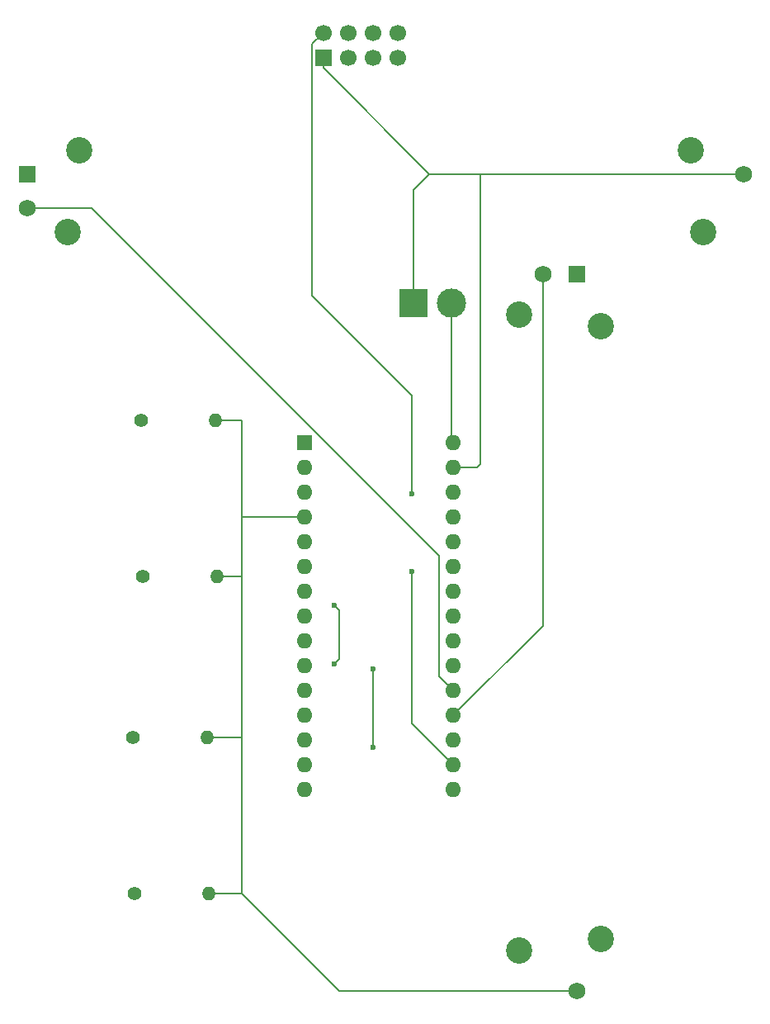
<source format=gbr>
%TF.GenerationSoftware,KiCad,Pcbnew,8.0.7*%
%TF.CreationDate,2025-01-13T00:49:29+02:00*%
%TF.ProjectId,RC-CarPCB,52432d43-6172-4504-9342-2e6b69636164,rev?*%
%TF.SameCoordinates,Original*%
%TF.FileFunction,Copper,L2,Bot*%
%TF.FilePolarity,Positive*%
%FSLAX46Y46*%
G04 Gerber Fmt 4.6, Leading zero omitted, Abs format (unit mm)*
G04 Created by KiCad (PCBNEW 8.0.7) date 2025-01-13 00:49:29*
%MOMM*%
%LPD*%
G01*
G04 APERTURE LIST*
%TA.AperFunction,ComponentPad*%
%ADD10R,3.000000X3.000000*%
%TD*%
%TA.AperFunction,ComponentPad*%
%ADD11C,3.000000*%
%TD*%
%TA.AperFunction,ComponentPad*%
%ADD12C,1.700000*%
%TD*%
%TA.AperFunction,ComponentPad*%
%ADD13R,1.700000X1.700000*%
%TD*%
%TA.AperFunction,ComponentPad*%
%ADD14C,2.700000*%
%TD*%
%TA.AperFunction,ComponentPad*%
%ADD15C,1.750000*%
%TD*%
%TA.AperFunction,ComponentPad*%
%ADD16R,1.750000X1.750000*%
%TD*%
%TA.AperFunction,ComponentPad*%
%ADD17C,1.400000*%
%TD*%
%TA.AperFunction,ComponentPad*%
%ADD18O,1.400000X1.400000*%
%TD*%
%TA.AperFunction,ComponentPad*%
%ADD19O,1.600000X1.600000*%
%TD*%
%TA.AperFunction,ComponentPad*%
%ADD20R,1.600000X1.600000*%
%TD*%
%TA.AperFunction,ViaPad*%
%ADD21C,0.600000*%
%TD*%
%TA.AperFunction,Conductor*%
%ADD22C,0.200000*%
%TD*%
G04 APERTURE END LIST*
D10*
%TO.P,J1,1,Pin_1*%
%TO.N,Net-(J1-Pin_1)*%
X150120000Y-73500000D03*
D11*
%TO.P,J1,2,Pin_2*%
%TO.N,Net-(A1-VIN)*%
X154000000Y-73500000D03*
%TD*%
D12*
%TO.P,U1,8,IRQ*%
%TO.N,unconnected-(U1-IRQ-Pad8)*%
X148495000Y-45749500D03*
%TO.P,U1,7,MISO*%
%TO.N,Net-(A1-D11)*%
X148495000Y-48289500D03*
%TO.P,U1,6,MOSI*%
%TO.N,Net-(A1-D12)*%
X145955000Y-45749500D03*
%TO.P,U1,5,SCK*%
%TO.N,Net-(A1-D13)*%
X145955000Y-48289500D03*
%TO.P,U1,4,~{CSN}*%
%TO.N,Net-(A1-D8)*%
X143415000Y-45749500D03*
%TO.P,U1,3,CE*%
%TO.N,Net-(A1-D7)*%
X143415000Y-48289500D03*
%TO.P,U1,2,VCC*%
%TO.N,Net-(A1-3V3)*%
X140875000Y-45749500D03*
D13*
%TO.P,U1,1,GND*%
%TO.N,Net-(J1-Pin_1)*%
X140875000Y-48289500D03*
%TD*%
D14*
%TO.P,RV2,MP*%
%TO.N,N/C*%
X160970000Y-139865000D03*
X169370000Y-138665000D03*
X169370000Y-75865000D03*
X160970000Y-74665000D03*
D15*
%TO.P,RV2,3,3*%
%TO.N,Net-(J1-Pin_1)*%
X166920000Y-144015000D03*
%TO.P,RV2,2,2*%
%TO.N,Net-(A1-A0)*%
X163420000Y-70515000D03*
D16*
%TO.P,RV2,1,1*%
%TO.N,Net-(A1-+5V)*%
X166920000Y-70515000D03*
%TD*%
%TO.P,RV1,1,1*%
%TO.N,Net-(A1-+5V)*%
X110480000Y-60250000D03*
D15*
%TO.P,RV1,2,2*%
%TO.N,Net-(A1-A1)*%
X110480000Y-63750000D03*
%TO.P,RV1,3,3*%
%TO.N,Net-(J1-Pin_1)*%
X183980000Y-60250000D03*
D14*
%TO.P,RV1,MP*%
%TO.N,N/C*%
X114630000Y-66200000D03*
X115830000Y-57800000D03*
X178630000Y-57800000D03*
X179830000Y-66200000D03*
%TD*%
D17*
%TO.P,R4,1*%
%TO.N,Net-(A1-D5)*%
X121500000Y-134000000D03*
D18*
%TO.P,R4,2*%
%TO.N,Net-(J1-Pin_1)*%
X129120000Y-134000000D03*
%TD*%
%TO.P,R3,2*%
%TO.N,Net-(J1-Pin_1)*%
X129000000Y-118000000D03*
D17*
%TO.P,R3,1*%
%TO.N,Net-(A1-D4)*%
X121380000Y-118000000D03*
%TD*%
D18*
%TO.P,R2,2*%
%TO.N,Net-(J1-Pin_1)*%
X130000000Y-101500000D03*
D17*
%TO.P,R2,1*%
%TO.N,Net-(A1-D3)*%
X122380000Y-101500000D03*
%TD*%
D18*
%TO.P,R1,2*%
%TO.N,Net-(J1-Pin_1)*%
X129810000Y-85500000D03*
D17*
%TO.P,R1,1*%
%TO.N,Net-(A1-D2)*%
X122190000Y-85500000D03*
%TD*%
D19*
%TO.P,A1,30,VIN*%
%TO.N,Net-(A1-VIN)*%
X154240000Y-87800000D03*
%TO.P,A1,29,GND*%
%TO.N,Net-(J1-Pin_1)*%
X154240000Y-90340000D03*
%TO.P,A1,28,~{RESET}*%
%TO.N,unconnected-(A1-~{RESET}-Pad28)*%
X154240000Y-92880000D03*
%TO.P,A1,27,+5V*%
%TO.N,Net-(A1-+5V)*%
X154240000Y-95420000D03*
%TO.P,A1,26,A7*%
%TO.N,unconnected-(A1-A7-Pad26)*%
X154240000Y-97960000D03*
%TO.P,A1,25,A6*%
%TO.N,unconnected-(A1-A6-Pad25)*%
X154240000Y-100500000D03*
%TO.P,A1,24,A5*%
%TO.N,unconnected-(A1-A5-Pad24)*%
X154240000Y-103040000D03*
%TO.P,A1,23,A4*%
%TO.N,unconnected-(A1-A4-Pad23)*%
X154240000Y-105580000D03*
%TO.P,A1,22,A3*%
%TO.N,unconnected-(A1-A3-Pad22)*%
X154240000Y-108120000D03*
%TO.P,A1,21,A2*%
%TO.N,unconnected-(A1-A2-Pad21)*%
X154240000Y-110660000D03*
%TO.P,A1,20,A1*%
%TO.N,Net-(A1-A1)*%
X154240000Y-113200000D03*
%TO.P,A1,19,A0*%
%TO.N,Net-(A1-A0)*%
X154240000Y-115740000D03*
%TO.P,A1,18,AREF*%
%TO.N,unconnected-(A1-AREF-Pad18)*%
X154240000Y-118280000D03*
%TO.P,A1,17,3V3*%
%TO.N,Net-(A1-3V3)*%
X154240000Y-120820000D03*
%TO.P,A1,16,D13*%
%TO.N,Net-(A1-D13)*%
X154240000Y-123360000D03*
%TO.P,A1,15,D12*%
%TO.N,Net-(A1-D12)*%
X139000000Y-123360000D03*
%TO.P,A1,14,D11*%
%TO.N,Net-(A1-D11)*%
X139000000Y-120820000D03*
%TO.P,A1,13,D10*%
%TO.N,unconnected-(A1-D10-Pad13)*%
X139000000Y-118280000D03*
%TO.P,A1,12,D9*%
%TO.N,unconnected-(A1-D9-Pad12)*%
X139000000Y-115740000D03*
%TO.P,A1,11,D8*%
%TO.N,Net-(A1-D8)*%
X139000000Y-113200000D03*
%TO.P,A1,10,D7*%
%TO.N,Net-(A1-D7)*%
X139000000Y-110660000D03*
%TO.P,A1,9,D6*%
%TO.N,unconnected-(A1-D6-Pad9)*%
X139000000Y-108120000D03*
%TO.P,A1,8,D5*%
%TO.N,Net-(A1-D5)*%
X139000000Y-105580000D03*
%TO.P,A1,7,D4*%
%TO.N,Net-(A1-D4)*%
X139000000Y-103040000D03*
%TO.P,A1,6,D3*%
%TO.N,Net-(A1-D3)*%
X139000000Y-100500000D03*
%TO.P,A1,5,D2*%
%TO.N,Net-(A1-D2)*%
X139000000Y-97960000D03*
%TO.P,A1,4,GND*%
%TO.N,Net-(J1-Pin_1)*%
X139000000Y-95420000D03*
%TO.P,A1,3,~{RESET}*%
%TO.N,unconnected-(A1-~{RESET}-Pad3)*%
X139000000Y-92880000D03*
%TO.P,A1,2,D0/RX*%
%TO.N,unconnected-(A1-D0{slash}RX-Pad2)*%
X139000000Y-90340000D03*
D20*
%TO.P,A1,1,D1/TX*%
%TO.N,unconnected-(A1-D1{slash}TX-Pad1)*%
X139000000Y-87800000D03*
%TD*%
D21*
%TO.N,Net-(A1-D8)*%
X142000000Y-104500000D03*
X142000000Y-110500000D03*
%TO.N,Net-(A1-3V3)*%
X150000000Y-93000000D03*
X150000000Y-101000000D03*
%TO.N,Net-(A1-D13)*%
X145955000Y-111000000D03*
X146000000Y-119000000D03*
%TD*%
D22*
%TO.N,Net-(A1-VIN)*%
X154000000Y-73500000D02*
X154000000Y-87560000D01*
X154000000Y-87560000D02*
X154240000Y-87800000D01*
%TO.N,Net-(J1-Pin_1)*%
X150120000Y-73500000D02*
X150120000Y-61915500D01*
X150120000Y-61915500D02*
X151785500Y-60250000D01*
%TO.N,Net-(A1-D8)*%
X142000000Y-110500000D02*
X142500000Y-110000000D01*
X142500000Y-110000000D02*
X142500000Y-105000000D01*
X142500000Y-105000000D02*
X142000000Y-104500000D01*
%TO.N,Net-(A1-3V3)*%
X150000000Y-116580000D02*
X150000000Y-101000000D01*
X154240000Y-120820000D02*
X150000000Y-116580000D01*
X150000000Y-83000000D02*
X150000000Y-93000000D01*
X140875000Y-45749500D02*
X139725000Y-46899500D01*
X139725000Y-46899500D02*
X139725000Y-72725000D01*
X139725000Y-72725000D02*
X150000000Y-83000000D01*
%TO.N,Net-(A1-D13)*%
X145955000Y-111000000D02*
X145955000Y-118955000D01*
X145955000Y-118955000D02*
X146000000Y-119000000D01*
%TO.N,Net-(J1-Pin_1)*%
X166920000Y-144015000D02*
X142515000Y-144015000D01*
X142515000Y-144015000D02*
X132500000Y-134000000D01*
%TO.N,Net-(A1-A0)*%
X163420000Y-70515000D02*
X163420000Y-106560000D01*
X163420000Y-106560000D02*
X154240000Y-115740000D01*
%TO.N,Net-(A1-A1)*%
X110480000Y-63750000D02*
X117150000Y-63750000D01*
X117150000Y-63750000D02*
X152800000Y-99400000D01*
X152800000Y-99400000D02*
X152800000Y-111760000D01*
X152800000Y-111760000D02*
X154240000Y-113200000D01*
%TO.N,Net-(J1-Pin_1)*%
X156660000Y-90340000D02*
X157000000Y-90000000D01*
X154240000Y-90340000D02*
X156660000Y-90340000D01*
X151785500Y-60250000D02*
X157000000Y-60250000D01*
X157000000Y-60250000D02*
X183980000Y-60250000D01*
X157000000Y-90000000D02*
X157000000Y-60250000D01*
X140875000Y-48289500D02*
X140875000Y-49339500D01*
X140875000Y-49339500D02*
X151785500Y-60250000D01*
X132500000Y-85500000D02*
X132500000Y-95500000D01*
X132500000Y-95500000D02*
X132500000Y-101500000D01*
X139000000Y-95420000D02*
X132580000Y-95420000D01*
X132580000Y-95420000D02*
X132500000Y-95500000D01*
X132500000Y-118000000D02*
X132500000Y-134000000D01*
X132500000Y-134000000D02*
X129120000Y-134000000D01*
X132500000Y-101500000D02*
X132500000Y-118000000D01*
X132500000Y-118000000D02*
X129000000Y-118000000D01*
X132500000Y-101500000D02*
X130000000Y-101500000D01*
X129810000Y-85500000D02*
X132500000Y-85500000D01*
%TD*%
M02*

</source>
